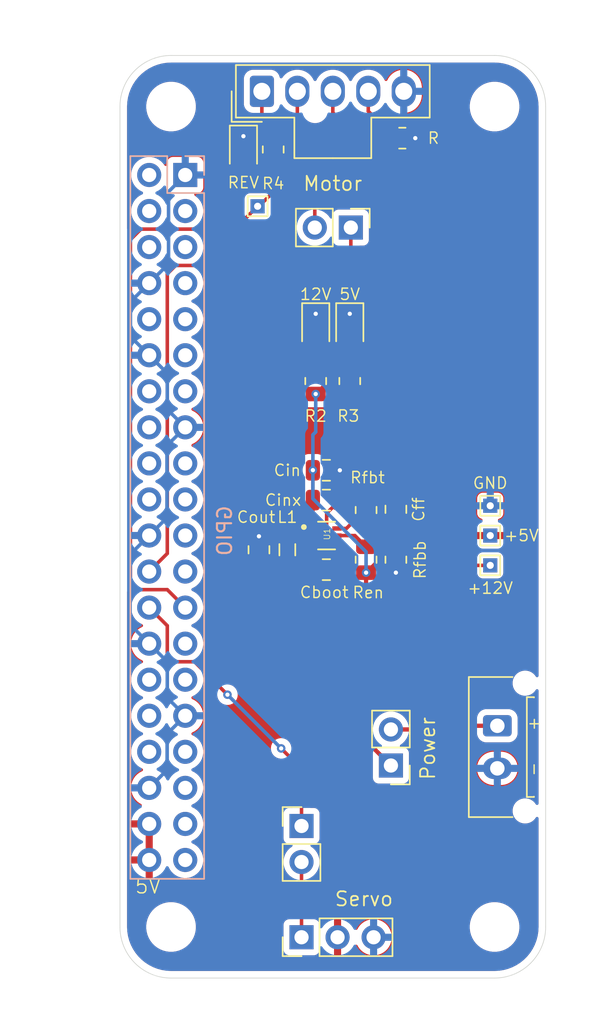
<source format=kicad_pcb>
(kicad_pcb (version 20241229) (generator "pcbnew") (generator_version "9.0")
  (layers (0 "F.Cu" signal) (2 "B.Cu" signal) (13 "F.Paste" user) (15 "B.Paste" user) (5 "F.SilkS" user "F.Silkscreen") (7 "B.SilkS" user "B.Silkscreen") (1 "F.Mask" user) (3 "B.Mask" user) (25 "Edge.Cuts" user))
  (net 0 "")
  (net 1 "+5V")
  (net 2 "+12V")
  (net 3 "Net-(5VPWR1-A)")
  (net 4 "GND")
  (net 5 "Net-(12VPWR1-A)")
  (net 6 "Net-(Battery1-Pin_1)")
  (net 7 "Net-(U1-BST)")
  (net 8 "Net-(U1-SW)")
  (net 9 "Net-(U1-FB)")
  (net 16 "/Servo_PWM")
  (net 23 "/Rev")
  (net 28 "/Motor_PWM")
  (net 29 "Net-(Motor1-Pin_3)")
  (net 30 "Net-(Motor1-Pin_2)")
  (net 31 "Net-(REV1-A)")
  (net 32 "Net-(U1-EN)")
  (net 33 "Net-(Servo1-Pin_1)")
  (footprint "Resistor_SMD:R_0805_2012Metric" (layer "F.Cu") (at 145.105 79.9 -90)
    (property "Reference" "R4" (at 2.4 0 0) (layer "F.SilkS") (effects (font (size 0.8 0.8) (thickness 0.1))))
    (property "Value" "650")
    (fp_line (start -0.227064 0.735) (end 0.227064 0.735) (stroke (width 0.12)) (layer "F.SilkS"))
    (fp_line (start -0.227064 -0.735) (end 0.227064 -0.735) (stroke (width 0.12)) (layer "F.SilkS"))
    (pad "1" smd roundrect (at -0.9125 0 270) (size 1.025 1.4) (layers "F.Cu" "F.Mask" "F.Paste") (roundrect_rratio 0.243902) (net 23 "/Rev"))
    (pad "2" smd roundrect (at 0.9125 0 270) (size 1.025 1.4) (layers "F.Cu" "F.Mask" "F.Paste") (roundrect_rratio 0.243902) (net 31 "Net-(REV1-A)"))
  )
  (footprint "Resistor_SMD:R_0805_2012Metric" (layer "F.Cu") (at 150.5 96.2125 90)
    (property "Reference" "R3" (at -2.4625 -0.1 180) (layer "F.SilkS") (effects (font (size 0.8 0.8) (thickness 0.1))))
    (property "Value" "1.5k")
    (fp_line (start -0.227064 -0.735) (end 0.227064 -0.735) (stroke (width 0.12)) (layer "F.SilkS"))
    (fp_line (start -0.227064 0.735) (end 0.227064 0.735) (stroke (width 0.12)) (layer "F.SilkS"))
    (pad "1" smd roundrect (at -0.9125 0 90) (size 1.025 1.4) (layers "F.Cu" "F.Mask" "F.Paste") (roundrect_rratio 0.243902) (net 1 "+5V"))
    (pad "2" smd roundrect (at 0.9125 0 90) (size 1.025 1.4) (layers "F.Cu" "F.Mask" "F.Paste") (roundrect_rratio 0.243902) (net 3 "Net-(5VPWR1-A)"))
  )
  (footprint "MountingHole:MountingHole_3mm" (layer "F.Cu") (at 137.905 134.675)
    (property "Reference" "H4" (hide yes))
    (property "Value" "MountingHole" (hide yes))
    (pad "" np_thru_hole circle (at 0 0) (size 3 3) (drill 3) (layers "*.Cu" "*.Mask"))
  )
  (footprint "MountingHole:MountingHole_3mm" (layer "F.Cu") (at 160.705 76.875)
    (property "Reference" "H3" (hide yes))
    (property "Value" "MountingHole" (hide yes))
    (pad "" np_thru_hole circle (at 0 0) (size 3 3) (drill 3) (layers "*.Cu" "*.Mask"))
  )
  (footprint "LED_SMD:LED_0805_2012Metric" (layer "F.Cu") (at 143.005 79.9 -90)
    (property "Reference" "REV" (at 2.33 0 0) (layer "F.SilkS") (effects (font (size 0.8 0.8) (thickness 0.1))))
    (property "Value" "LED" (hide yes))
    (fp_line (start -1.685 0.96) (end 1 0.96) (stroke (width 0.12)) (layer "F.SilkS"))
    (fp_line (start -1.685 -0.96) (end -1.685 0.96) (stroke (width 0.12)) (layer "F.SilkS"))
    (fp_line (start 1 -0.96) (end -1.685 -0.96) (stroke (width 0.12)) (layer "F.SilkS"))
    (pad "1" smd roundrect (at -0.9375 0 270) (size 0.975 1.4) (layers "F.Cu" "F.Mask" "F.Paste") (net 4 "GND"))
    (pad "2" smd roundrect (at 0.9375 0 270) (size 0.975 1.4) (layers "F.Cu" "F.Mask" "F.Paste") (net 31 "Net-(REV1-A)"))
  )
  (footprint "Connector_Molex:Molex_Nano-Fit_105309-xx05_1x05_P2.50mm_Vertical" (layer "F.Cu") (at 144.305 75.8 90)
    (property "Reference" "Motor1" (hide yes))
    (property "Value" "Conn_01x05" (hide yes))
    (fp_line (start 0 -2.13) (end -2.15 -2.13) (stroke (width 0.12)) (layer "F.SilkS"))
    (fp_line (start -2.15 -2.13) (end -2.15 0) (stroke (width 0.12)) (layer "F.SilkS"))
    (fp_line (start 1.85 -1.83) (end -1.85 -1.83) (stroke (width 0.12)) (layer "F.SilkS"))
    (fp_line (start -1.85 -1.83) (end -1.85 2.29) (stroke (width 0.12)) (layer "F.SilkS"))
    (fp_line (start -1.85 2.29) (end -4.71 2.29) (stroke (width 0.12)) (layer "F.SilkS"))
    (fp_line (start -4.71 2.29) (end -4.71 5) (stroke (width 0.12)) (layer "F.SilkS"))
    (fp_line (start 1.85 5) (end 1.85 -1.83) (stroke (width 0.12)) (layer "F.SilkS"))
    (fp_line (start 1.85 5) (end 1.85 11.83) (stroke (width 0.12)) (layer "F.SilkS"))
    (fp_line (start -1.85 7.71) (end -4.71 7.71) (stroke (width 0.12)) (layer "F.SilkS"))
    (fp_line (start -4.71 7.71) (end -4.71 5) (stroke (width 0.12)) (layer "F.SilkS"))
    (fp_line (start 1.85 11.83) (end -1.85 11.83) (stroke (width 0.12)) (layer "F.SilkS"))
    (fp_line (start -1.85 11.83) (end -1.85 7.71) (stroke (width 0.12)) (layer "F.SilkS"))
    (pad "" np_thru_hole circle (at -1.34 3.75 90) (size 1.3 1.3) (drill 1.3) (layers "*.Cu" "*.Mask"))
    (pad "1" thru_hole roundrect (at 0 0 90) (size 2.2 1.7) (drill 1.2) (layers "*.Cu" "*.Mask") (roundrect_rratio 0.147059) (net 23 "/Rev"))
    (pad "2" thru_hole oval (at 0 2.5 90) (size 2.2 1.7) (drill 1.2) (layers "*.Cu" "*.Mask") (net 30 "Net-(Motor1-Pin_2)"))
    (pad "3" thru_hole oval (at 0 5 90) (size 2.2 1.7) (drill 1.2) (layers "*.Cu" "*.Mask") (net 29 "Net-(Motor1-Pin_3)"))
    (pad "4" thru_hole oval (at 0 7.5 90) (size 2.2 1.7) (drill 1.2) (layers "*.Cu" "*.Mask") (net 2 "+12V"))
    (pad "5" thru_hole oval (at 0 10 90) (size 2.2 1.7) (drill 1.2) (layers "*.Cu" "*.Mask") (net 4 "GND"))
  )
  (footprint "Resistor_SMD:R_0805_2012Metric" (layer "F.Cu") (at 151.65 108.8 -90)
    (property "Reference" "Ren" (at 2.3125 -0.15 0) (layer "F.SilkS") (effects (font (size 0.8 0.8) (thickness 0.1))))
    (property "Value" "100k")
    (fp_line (start -0.227064 0.735) (end 0.227064 0.735) (stroke (width 0.12)) (layer "F.SilkS"))
    (fp_line (start -0.227064 -0.735) (end 0.227064 -0.735) (stroke (width 0.12)) (layer "F.SilkS"))
    (pad "1" smd roundrect (at -0.9125 0 270) (size 1.025 1.4) (layers "F.Cu" "F.Mask" "F.Paste") (roundrect_rratio 0.243902) (net 32 "Net-(U1-EN)"))
    (pad "2" smd roundrect (at 0.9125 0 270) (size 1.025 1.4) (layers "F.Cu" "F.Mask" "F.Paste") (roundrect_rratio 0.243902) (net 2 "+12V"))
  )
  (footprint "Connector_Molex:Molex_Micro-Fit_3.0_43650-0215_1x02_P3.00mm_Vertical" (layer "F.Cu") (at 160.9 120.5 -90)
    (property "Reference" "Battery1" (hide yes))
    (property "Value" "Conn_01x02" (hide yes))
    (fp_line (start -3.435 2.01) (end 6.435 2.01) (stroke (width 0.12)) (layer "F.SilkS"))
    (fp_line (start 6.435 2.01) (end 6.435 -1.065) (stroke (width 0.12)) (layer "F.SilkS"))
    (fp_line (start -3.435 -1.065) (end -3.435 2.01) (stroke (width 0.12)) (layer "F.SilkS"))
    (fp_line (start -2.015 -2.08) (end 5.015 -2.08) (stroke (width 0.12)) (layer "F.SilkS"))
    (fp_line (start 5.015 -2.08) (end 5.015 -2.58) (stroke (width 0.12)) (layer "F.SilkS"))
    (fp_line (start -2.015 -2.58) (end -2.015 -2.08) (stroke (width 0.12)) (layer "F.SilkS"))
    (fp_line (start -1.995 -2.58) (end -2.015 -2.58) (stroke (width 0.12)) (layer "F.SilkS"))
    (fp_line (start 5.015 -2.58) (end 4.995 -2.58) (stroke (width 0.12)) (layer "F.SilkS"))
    (pad "" np_thru_hole circle (at -3 -1.96 270) (size 1.27 1.27) (drill 1.27) (layers "*.Cu" "*.Mask"))
    (pad "" np_thru_hole circle (at 6 -1.96 270) (size 1.27 1.27) (drill 1.27) (layers "*.Cu" "*.Mask"))
    (pad "1" thru_hole roundrect (at 0 0 270) (size 1.5 2.02) (drill 1.02) (layers "*.Cu" "*.Mask") (roundrect_rratio 0.166667) (net 6 "Net-(Battery1-Pin_1)"))
    (pad "2" thru_hole oval (at 3 0 270) (size 1.5 2.02) (drill 1.02) (layers "*.Cu" "*.Mask") (net 4 "GND"))
  )
  (footprint "Inductor_SMD:L_0805_2012Metric" (layer "F.Cu") (at 146.1 108.1 90)
    (property "Reference" "L1" (at 2.3 0 0) (layer "F.SilkS") (effects (font (size 0.8 0.8) (thickness 0.1))))
    (property "Value" "3.3uH")
    (fp_line (start -0.399622 -0.56) (end 0.399622 -0.56) (stroke (width 0.12)) (layer "F.SilkS"))
    (fp_line (start -0.399622 0.56) (end 0.399622 0.56) (stroke (width 0.12)) (layer "F.SilkS"))
    (pad "1" smd roundrect (at -1.0625 0 90) (size 0.875 1.2) (layers "F.Cu" "F.Mask" "F.Paste") (net 1 "+5V"))
    (pad "2" smd roundrect (at 1.0625 0 90) (size 0.875 1.2) (layers "F.Cu" "F.Mask" "F.Paste") (net 8 "Net-(U1-SW)"))
  )
  (footprint "Capacitor_SMD:C_0805_2012Metric" (layer "F.Cu") (at 148.85 102.5)
    (property "Reference" "Cin" (at -2.75 0 0) (layer "F.SilkS") (effects (font (size 0.8 0.8) (thickness 0.1))))
    (property "Value" "10uF")
    (fp_line (start -0.261252 -0.735) (end 0.261252 -0.735) (stroke (width 0.12)) (layer "F.SilkS"))
    (fp_line (start -0.261252 0.735) (end 0.261252 0.735) (stroke (width 0.12)) (layer "F.SilkS"))
    (pad "1" smd roundrect (at -0.95 0) (size 1 1.45) (layers "F.Cu" "F.Mask" "F.Paste") (net 2 "+12V"))
    (pad "2" smd roundrect (at 0.95 0) (size 1 1.45) (layers "F.Cu" "F.Mask" "F.Paste") (net 4 "GND"))
  )
  (footprint "Connector_PinHeader_2.54mm:PinHeader_1x02_P2.54mm_Vertical" (layer "F.Cu") (at 153.4 123.3 180)
    (property "Reference" "Power" (at -2.6 1.2 90) (layer "F.SilkS") (effects (font (thickness 0.125))))
    (property "Value" "Jumper_2_Open" (hide yes))
    (fp_line (start 1.33 1.27) (end 1.33 3.87) (stroke (width 0.12)) (layer "F.SilkS"))
    (fp_line (start -1.33 3.87) (end 1.33 3.87) (stroke (width 0.12)) (layer "F.SilkS"))
    (fp_line (start -1.33 1.27) (end 1.33 1.27) (stroke (width 0.12)) (layer "F.SilkS"))
    (fp_line (start -1.33 1.27) (end -1.33 3.87) (stroke (width 0.12)) (layer "F.SilkS"))
    (fp_line (start -1.33 0) (end -1.33 -1.33) (stroke (width 0.12)) (layer "F.SilkS"))
    (fp_line (start -1.33 -1.33) (end 0 -1.33) (stroke (width 0.12)) (layer "F.SilkS"))
    (pad "1" thru_hole rect (at 0 0 180) (size 1.7 1.7) (drill 1) (layers "*.Cu" "*.Mask") (net 2 "+12V"))
    (pad "2" thru_hole oval (at 0 2.54 180) (size 1.7 1.7) (drill 1) (layers "*.Cu" "*.Mask") (net 6 "Net-(Battery1-Pin_1)"))
  )
  (footprint "Resistor_SMD:R_0805_2012Metric" (layer "F.Cu") (at 151.65 105.3 -90)
    (property "Reference" "Rfbt" (at -2.2875 -0.1 0) (layer "F.SilkS") (effects (font (size 0.8 0.8) (thickness 0.1))))
    (property "Value" "220k")
    (fp_line (start -0.227064 0.735) (end 0.227064 0.735) (stroke (width 0.12)) (layer "F.SilkS"))
    (fp_line (start -0.227064 -0.735) (end 0.227064 -0.735) (stroke (width 0.12)) (layer "F.SilkS"))
    (pad "1" smd roundrect (at -0.9125 0 270) (size 1.025 1.4) (layers "F.Cu" "F.Mask" "F.Paste") (roundrect_rratio 0.243902) (net 1 "+5V"))
    (pad "2" smd roundrect (at 0.9125 0 270) (size 1.025 1.4) (layers "F.Cu" "F.Mask" "F.Paste") (roundrect_rratio 0.243902) (net 9 "Net-(U1-FB)"))
  )
  (footprint "Resistor_SMD:R_0805_2012Metric" (layer "F.Cu") (at 153.75 108.8 90)
    (property "Reference" "Rfbb" (at -0.0125 1.7 90) (layer "F.SilkS") (effects (font (size 0.8 0.8) (thickness 0.1))))
    (property "Value" "30k")
    (fp_line (start -0.227064 -0.735) (end 0.227064 -0.735) (stroke (width 0.12)) (layer "F.SilkS"))
    (fp_line (start -0.227064 0.735) (end 0.227064 0.735) (stroke (width 0.12)) (layer "F.SilkS"))
    (pad "1" smd roundrect (at -0.9125 0 90) (size 1.025 1.4) (layers "F.Cu" "F.Mask" "F.Paste") (roundrect_rratio 0.243902) (net 4 "GND"))
    (pad "2" smd roundrect (at 0.9125 0 90) (size 1.025 1.4) (layers "F.Cu" "F.Mask" "F.Paste") (roundrect_rratio 0.243902) (net 9 "Net-(U1-FB)"))
  )
  (footprint "MountingHole:MountingHole_3mm" (layer "F.Cu") (at 160.705 134.675)
    (property "Reference" "H1" (hide yes))
    (property "Value" "MountingHole" (hide yes))
    (pad "" np_thru_hole circle (at 0 0) (size 3 3) (drill 3) (layers "*.Cu" "*.Mask"))
  )
  (footprint "Connector_PinHeader_2.54mm:PinHeader_1x03_P2.54mm_Vertical" (layer "F.Cu") (at 147.1 135.4 90)
    (property "Reference" "Servo1" (hide yes))
    (property "Value" "Conn_01x03" (hide yes))
    (fp_line (start -1.33 -1.33) (end 0 -1.33) (stroke (width 0.12)) (layer "F.SilkS"))
    (fp_line (start -1.33 0) (end -1.33 -1.33) (stroke (width 0.12)) (layer "F.SilkS"))
    (fp_line (start 1.33 1.27) (end 1.33 6.41) (stroke (width 0.12)) (layer "F.SilkS"))
    (fp_line (start -1.33 1.27) (end 1.33 1.27) (stroke (width 0.12)) (layer "F.SilkS"))
    (fp_line (start -1.33 1.27) (end -1.33 6.41) (stroke (width 0.12)) (layer "F.SilkS"))
    (fp_line (start -1.33 6.41) (end 1.33 6.41) (stroke (width 0.12)) (layer "F.SilkS"))
    (pad "1" thru_hole rect (at 0 0 90) (size 1.7 1.7) (drill 1) (layers "*.Cu" "*.Mask") (net 33 "Net-(Servo1-Pin_1)"))
    (pad "2" thru_hole oval (at 0 2.54 90) (size 1.7 1.7) (drill 1) (layers "*.Cu" "*.Mask") (net 1 "+5V"))
    (pad "3" thru_hole oval (at 0 5.08 90) (size 1.7 1.7) (drill 1) (layers "*.Cu" "*.Mask") (net 4 "GND"))
  )
  (footprint "LED_SMD:LED_0805_2012Metric" (layer "F.Cu") (at 150.5 92.4125 -90)
    (property "Reference" "5V" (at -2.3125 0 180) (layer "F.SilkS") (effects (font (size 0.8 0.8) (thickness 0.1))))
    (property "Value" "LED")
    (fp_line (start -1.685 0.96) (end 1 0.96) (stroke (width 0.12)) (layer "F.SilkS"))
    (fp_line (start -1.685 -0.96) (end -1.685 0.96) (stroke (width 0.12)) (layer "F.SilkS"))
    (fp_line (start 1 -0.96) (end -1.685 -0.96) (stroke (width 0.12)) (layer "F.SilkS"))
    (pad "1" smd roundrect (at -0.9375 0 270) (size 0.975 1.4) (layers "F.Cu" "F.Mask" "F.Paste") (net 4 "GND"))
    (pad "2" smd roundrect (at 0.9375 0 270) (size 0.975 1.4) (layers "F.Cu" "F.Mask" "F.Paste") (net 3 "Net-(5VPWR1-A)"))
  )
  (footprint "Capacitor_SMD:C_0805_2012Metric" (layer "F.Cu") (at 153.75 105.25 90)
    (property "Reference" "Cff" (at -0.0125 1.6 90) (layer "F.SilkS") (effects (font (size 0.8 0.8) (thickness 0.1))))
    (property "Value" "47pF")
    (fp_line (start -0.261252 -0.735) (end 0.261252 -0.735) (stroke (width 0.12)) (layer "F.SilkS"))
    (fp_line (start -0.261252 0.735) (end 0.261252 0.735) (stroke (width 0.12)) (layer "F.SilkS"))
    (pad "1" smd roundrect (at -0.95 0 90) (size 1 1.45) (layers "F.Cu" "F.Mask" "F.Paste") (net 9 "Net-(U1-FB)"))
    (pad "2" smd roundrect (at 0.95 0 90) (size 1 1.45) (layers "F.Cu" "F.Mask" "F.Paste") (net 1 "+5V"))
  )
  (footprint "Capacitor_SMD:C_0805_2012Metric" (layer "F.Cu") (at 148.85 104.6)
    (property "Reference" "Cinx" (at -3.05 0 0) (layer "F.SilkS") (effects (font (size 0.8 0.8) (thickness 0.1))))
    (property "Value" "100nF")
    (fp_line (start -0.261252 -0.735) (end 0.261252 -0.735) (stroke (width 0.12)) (layer "F.SilkS"))
    (fp_line (start -0.261252 0.735) (end 0.261252 0.735) (stroke (width 0.12)) (layer "F.SilkS"))
    (pad "1" smd roundrect (at -0.95 0) (size 1 1.45) (layers "F.Cu" "F.Mask" "F.Paste") (net 2 "+12V"))
    (pad "2" smd roundrect (at 0.95 0) (size 1 1.45) (layers "F.Cu" "F.Mask" "F.Paste") (net 4 "GND"))
  )
  (footprint "Resistor_SMD:R_0805_2012Metric" (layer "F.Cu") (at 154.205 79.1)
    (property "Reference" "R" (at 2.195 0 0) (layer "F.SilkS") (effects (font (size 0.8 0.8) (thickness 0.1))))
    (property "Value" "0")
    (fp_line (start -0.227064 -0.735) (end 0.227064 -0.735) (stroke (width 0.12)) (layer "F.SilkS"))
    (fp_line (start -0.227064 0.735) (end 0.227064 0.735) (stroke (width 0.12)) (layer "F.SilkS"))
    (pad "1" smd roundrect (at -0.9125 0) (size 1.025 1.4) (layers "F.Cu" "F.Mask" "F.Paste") (roundrect_rratio 0.243902) (net 29 "Net-(Motor1-Pin_3)"))
    (pad "2" smd roundrect (at 0.9125 0) (size 1.025 1.4) (layers "F.Cu" "F.Mask" "F.Paste") (roundrect_rratio 0.243902) (net 4 "GND"))
  )
  (footprint "LED_SMD:LED_0805_2012Metric" (layer "F.Cu") (at 148.1 92.4125 -90)
    (property "Reference" "12V" (at -2.3125 0 180) (layer "F.SilkS") (effects (font (size 0.8 0.8) (thickness 0.1))))
    (property "Value" "LED")
    (fp_line (start -1.685 0.96) (end 1 0.96) (stroke (width 0.12)) (layer "F.SilkS"))
    (fp_line (start -1.685 -0.96) (end -1.685 0.96) (stroke (width 0.12)) (layer "F.SilkS"))
    (fp_line (start 1 -0.96) (end -1.685 -0.96) (stroke (width 0.12)) (layer "F.SilkS"))
    (pad "1" smd roundrect (at -0.9375 0 270) (size 0.975 1.4) (layers "F.Cu" "F.Mask" "F.Paste") (net 4 "GND"))
    (pad "2" smd roundrect (at 0.9375 0 270) (size 0.975 1.4) (layers "F.Cu" "F.Mask" "F.Paste") (net 5 "Net-(12VPWR1-A)"))
  )
  (footprint "Connector_PinHeader_2.54mm:PinHeader_1x02_P2.54mm_Vertical" (layer "F.Cu") (at 150.575 85.4 -90)
    (property "Reference" "Motor" (at -3.1 1.275 180) (layer "F.SilkS") (effects (font (thickness 0.125))))
    (property "Value" "Jumper_2_Open" (hide yes))
    (fp_line (start -1.33 3.87) (end 1.33 3.87) (stroke (width 0.12)) (layer "F.SilkS"))
    (fp_line (start -1.33 1.27) (end -1.33 3.87) (stroke (width 0.12)) (layer "F.SilkS"))
    (fp_line (start -1.33 1.27) (end 1.33 1.27) (stroke (width 0.12)) (layer "F.SilkS"))
    (fp_line (start 1.33 1.27) (end 1.33 3.87) (stroke (width 0.12)) (layer "F.SilkS"))
    (fp_line (start -1.33 0) (end -1.33 -1.33) (stroke (width 0.12)) (layer "F.SilkS"))
    (fp_line (start -1.33 -1.33) (end 0 -1.33) (stroke (width 0.12)) (layer "F.SilkS"))
    (pad "1" thru_hole rect (at 0 0 270) (size 1.7 1.7) (drill 1) (layers "*.Cu" "*.Mask") (net 28 "/Motor_PWM"))
    (pad "2" thru_hole oval (at 0 2.54 270) (size 1.7 1.7) (drill 1) (layers "*.Cu" "*.Mask") (net 30 "Net-(Motor1-Pin_2)"))
  )
  (footprint "TestPoint:TestPoint_THTPad_1.0x1.0mm_Drill0.5mm" (layer "F.Cu") (at 160.4 107.1 90)
    (property "Reference" "+5V" (at 0 2.2 180) (layer "F.SilkS") (effects (font (size 0.8 0.8) (thickness 0.1))))
    (property "Value" "TP" (hide yes))
    (fp_line (start 0.7 -0.7) (end 0.7 0.7) (stroke (width 0.12)) (layer "F.SilkS"))
    (fp_line (start -0.7 -0.7) (end 0.7 -0.7) (stroke (width 0.12)) (layer "F.SilkS"))
    (fp_line (start 0.7 0.7) (end -0.7 0.7) (stroke (width 0.12)) (layer "F.SilkS"))
    (fp_line (start -0.7 0.7) (end -0.7 -0.7) (stroke (width 0.12)) (layer "F.SilkS"))
    (pad "1" thru_hole rect (at 0 0 90) (size 1 1) (drill 0.5) (layers "*.Cu" "*.Mask") (net 1 "+5V"))
  )
  (footprint "MountingHole:MountingHole_3mm" (layer "F.Cu") (at 137.905 76.875)
    (property "Reference" "H2" (hide yes))
    (property "Value" "MountingHole" (hide yes))
    (pad "" np_thru_hole circle (at 0 0) (size 3 3) (drill 3) (layers "*.Cu" "*.Mask"))
  )
  (footprint "Library:SOT50P160X60-6N" (layer "F.Cu") (at 148.865 107.1)
    (property "Reference" "U1" (at 0.035 -0.1 90) (layer "F.SilkS") (effects (font (size 0.42 0.42) (thickness 0.05))))
    (property "Value" "~")
    (fp_line (start -0.6 -0.975) (end 0.6 -0.975) (stroke (width 0.127)) (layer "F.SilkS"))
    (fp_line (start -0.6 0.975) (end 0.6 0.975) (stroke (width 0.127)) (layer "F.SilkS"))
    (fp_circle (center -1.6 -0.6) (end -1.5 -0.6) (stroke (width 0.2)) (fill no) (layer "F.SilkS"))
    (pad "1" smd roundrect (at -0.735 -0.5) (size 0.66 0.31) (layers "F.Cu" "F.Mask" "F.Paste") (roundrect_rratio 0.08) (net 2 "+12V"))
    (pad "2" smd roundrect (at -0.735 0) (size 0.66 0.31) (layers "F.Cu" "F.Mask" "F.Paste") (roundrect_rratio 0.08) (net 8 "Net-(U1-SW)"))
    (pad "3" smd roundrect (at -0.735 0.5) (size 0.66 0.31) (layers "F.Cu" "F.Mask" "F.Paste") (roundrect_rratio 0.08) (net 4 "GND"))
    (pad "4" smd roundrect (at 0.735 0.5) (size 0.66 0.31) (layers "F.Cu" "F.Mask" "F.Paste") (roundrect_rratio 0.08) (net 7 "Net-(U1-BST)"))
    (pad "5" smd roundrect (at 0.735 0) (size 0.66 0.31) (layers "F.Cu" "F.Mask" "F.Paste") (roundrect_rratio 0.08) (net 32 "Net-(U1-EN)"))
    (pad "6" smd roundrect (at 0.735 -0.5) (size 0.66 0.31) (layers "F.Cu" "F.Mask" "F.Paste") (roundrect_rratio 0.08) (net 9 "Net-(U1-FB)"))
  )
  (footprint "Connector_PinHeader_2.54mm:PinHeader_1x02_P2.54mm_Vertical" (layer "F.Cu") (at 147.1 127.56)
    (property "Reference" "Servo" (at 4.4 5.14 0) (layer "F.SilkS") (effects (font (thickness 0.125))))
    (property "Value" "Jumper_2_Open" (hide yes))
    (fp_line (start -1.33 -1.33) (end 0 -1.33) (stroke (width 0.12)) (layer "F.SilkS"))
    (fp_line (start -1.33 0) (end -1.33 -1.33) (stroke (width 0.12)) (layer "F.SilkS"))
    (fp_line (start -1.33 1.27) (end -1.33 3.87) (stroke (width 0.12)) (layer "F.SilkS"))
    (fp_line (start -1.33 1.27) (end 1.33 1.27) (stroke (width 0.12)) (layer "F.SilkS"))
    (fp_line (start -1.33 3.87) (end 1.33 3.87) (stroke (width 0.12)) (layer "F.SilkS"))
    (fp_line (start 1.33 1.27) (end 1.33 3.87) (stroke (width 0.12)) (layer "F.SilkS"))
    (pad "1" thru_hole rect (at 0 0) (size 1.7 1.7) (drill 1) (layers "*.Cu" "*.Mask") (net 16 "/Servo_PWM"))
    (pad "2" thru_hole oval (at 0 2.54) (size 1.7 1.7) (drill 1) (layers "*.Cu" "*.Mask") (net 33 "Net-(Servo1-Pin_1)"))
  )
  (footprint "TestPoint:TestPoint_THTPad_1.0x1.0mm_Drill0.5mm" (layer "F.Cu") (at 160.4 105 90)
    (property "Reference" "GND" (at 1.6 0 0) (layer "F.SilkS") (effects (font (size 0.8 0.8) (thickness 0.1))))
    (property "Value" "TP" (hide yes))
    (fp_line (start 0.7 -0.7) (end 0.7 0.7) (stroke (width 0.12)) (layer "F.SilkS"))
    (fp_line (start -0.7 -0.7) (end 0.7 -0.7) (stroke (width 0.12)) (layer "F.SilkS"))
    (fp_line (start 0.7 0.7) (end -0.7 0.7) (stroke (width 0.12)) (layer "F.SilkS"))
    (fp_line (start -0.7 0.7) (end -0.7 -0.7) (stroke (width 0.12)) (layer "F.SilkS"))
    (pad "1" thru_hole rect (at 0 0 90) (size 1 1) (drill 0.5) (layers "*.Cu" "*.Mask") (net 4 "GND"))
  )
  (footprint "Resistor_SMD:R_0805_2012Metric" (layer "F.Cu") (at 148.1 96.2125 90)
    (property "Reference" "R2" (at -2.4625 0 180) (layer "F.SilkS") (effects (font (size 0.8 0.8) (thickness 0.1))))
    (property "Value" "5.1k")
    (fp_line (start -0.227064 -0.735) (end 0.227064 -0.735) (stroke (width 0.12)) (layer "F.SilkS"))
    (fp_line (start -0.227064 0.735) (end 0.227064 0.735) (stroke (width 0.12)) (layer "F.SilkS"))
    (pad "1" smd roundrect (at -0.9125 0 90) (size 1.025 1.4) (layers "F.Cu" "F.Mask" "F.Paste") (roundrect_rratio 0.243902) (net 2 "+12V"))
    (pad "2" smd roundrect (at 0.9125 0 90) (size 1.025 1.4) (layers "F.Cu" "F.Mask" "F.Paste") (roundrect_rratio 0.243902) (net 5 "Net-(12VPWR1-A)"))
  )
  (footprint "TestPoint:TestPoint_THTPad_1.0x1.0mm_Drill0.5mm" (layer "F.Cu") (at 144.005 83.9 90)
    (property "Reference" "Rev2" (hide yes))
    (property "Value" "TP" (hide yes))
    (fp_line (start 0.7 -0.7) (end 0.7 0.7) (stroke (width 0.12)) (layer "F.SilkS"))
    (fp_line (start -0.7 -0.7) (end 0.7 -0.7) (stroke (width 0.12)) (layer "F.SilkS"))
    (fp_line (start 0.7 0.7) (end -0.7 0.7) (stroke (width 0.12)) (layer "F.SilkS"))
    (fp_line (start -0.7 0.7) (end -0.7 -0.7) (stroke (width 0.12)) (layer "F.SilkS"))
    (pad "1" thru_hole rect (at 0 0 90) (size 1 1) (drill 0.5) (layers "*.Cu" "*.Mask") (net 23 "/Rev"))
  )
  (footprint "TestPoint:TestPoint_THTPad_1.0x1.0mm_Drill0.5mm" (layer "F.Cu") (at 160.4 109.2 90)
    (property "Reference" "+12V" (at -1.6 0 0) (layer "F.SilkS") (effects (font (size 0.8 0.8) (thickness 0.1))))
    (property "Value" "TP" (hide yes))
    (fp_line (start 0.7 -0.7) (end 0.7 0.7) (stroke (width 0.12)) (layer "F.SilkS"))
    (fp_line (start -0.7 -0.7) (end 0.7 -0.7) (stroke (width 0.12)) (layer "F.SilkS"))
    (fp_line (start 0.7 0.7) (end -0.7 0.7) (stroke (width 0.12)) (layer "F.SilkS"))
    (fp_line (start -0.7 0.7) (end -0.7 -0.7) (stroke (width 0.12)) (layer "F.SilkS"))
    (pad "1" thru_hole rect (at 0 0 90) (size 1 1) (drill 0.5) (layers "*.Cu" "*.Mask") (net 2 "+12V"))
  )
  (footprint "Capacitor_SMD:C_0805_2012Metric" (layer "F.Cu") (at 144.1 108.1 90)
    (property "Reference" "Cout" (at 2.3 -0.2 0) (layer "F.SilkS") (effects (font (size 0.8 0.8) (thickness 0.1))))
    (property "Value" "22uF")
    (fp_line (start -0.261252 -0.735) (end 0.261252 -0.735) (stroke (width 0.12)) (layer "F.SilkS"))
    (fp_line (start -0.261252 0.735) (end 0.261252 0.735) (stroke (width 0.12)) (layer "F.SilkS"))
    (pad "1" smd roundrect (at -0.95 0 90) (size 1 1.45) (layers "F.Cu" "F.Mask" "F.Paste") (net 1 "+5V"))
    (pad "2" smd roundrect (at 0.95 0 90) (size 1 1.45) (layers "F.Cu" "F.Mask" "F.Paste") (net 4 "GND"))
  )
  (footprint "Capacitor_SMD:C_0805_2012Metric" (layer "F.Cu") (at 148.85 109.5)
    (property "Reference" "Cboot" (at -0.15 1.6 0) (layer "F.SilkS") (effects (font (size 0.8 0.8) (thickness 0.1))))
    (property "Value" "100nF")
    (fp_line (start -0.261252 -0.735) (end 0.261252 -0.735) (stroke (width 0.12)) (layer "F.SilkS"))
    (fp_line (start -0.261252 0.735) (end 0.261252 0.735) (stroke (width 0.12)) (layer "F.SilkS"))
    (pad "1" smd roundrect (at -0.95 0) (size 1 1.45) (layers "F.Cu" "F.Mask" "F.Paste") (net 8 "Net-(U1-SW)"))
    (pad "2" smd roundrect (at 0.95 0) (size 1 1.45) (layers "F.Cu" "F.Mask" "F.Paste") (net 7 "Net-(U1-BST)"))
  )
  (footprint "Connector_PinHeader_2.54mm:PinHeader_2x20_P2.54mm_Vertical" (layer "B.Cu") (at 138.905 81.695 180)
    (property "Reference" "GPIO" (at -2.78 -25.06 90) (layer "B.SilkS") (effects (justify mirror)))
    (property "Value" "40-Pin GPIO" (hide yes))
    (fp_line (start 3.87 1.33) (end 3.87 -49.59) (stroke (width 0.12)) (layer "B.SilkS"))
    (fp_line (start 1.27 1.33) (end 3.87 1.33) (stroke (width 0.12)) (layer "B.SilkS"))
    (fp_line (start 1.27 -1.27) (end 1.27 1.33) (stroke (width 0.12)) (layer "B.SilkS"))
    (fp_line (start -1.33 1.33) (end 0 1.33) (stroke (width 0.12)) (layer "B.SilkS"))
    (fp_line (start -1.33 0) (end -1.33 1.33) (stroke (width 0.12)) (layer "B.SilkS"))
    (fp_line (start -1.33 -1.27) (end 1.27 -1.27) (stroke (width 0.12)) (layer "B.SilkS"))
    (fp_line (start -1.33 -1.27) (end -1.33 -49.59) (stroke (width 0.12)) (layer "B.SilkS"))
    (fp_line (start -1.33 -49.59) (end 3.87 -49.59) (stroke (width 0.12)) (layer "B.SilkS"))
    (pad "1" thru_hole rect (at 0 0 180) (size 1.7 1.7) (drill 1) (layers "*.Cu" "*.Mask") (net 4 "GND"))
    (pad "2" thru_hole oval (at 2.54 0 180) (size 1.7 1.7) (drill 1) (layers "*.Cu" "*.Mask"))
    (pad "3" thru_hole oval (at 0 -2.54 180) (size 1.7 1.7) (drill 1) (layers "*.Cu" "*.Mask"))
    (pad "4" thru_hole oval (at 2.54 -2.54 180) (size 1.7 1.7) (drill 1) (layers "*.Cu" "*.Mask"))
    (pad "5" thru_hole oval (at 0 -5.08 180) (size 1.7 1.7) (drill 1) (layers "*.Cu" "*.Mask"))
    (pad "6" thru_hole oval (at 2.54 -5.08 180) (size 1.7 1.7) (drill 1) (layers "*.Cu" "*.Mask"))
    (pad "7" thru_hole oval (at 0 -7.62 180) (size 1.7 1.7) (drill 1) (layers "*.Cu" "*.Mask"))
    (pad "8" thru_hole oval (at 2.54 -7.62 180) (size 1.7 1.7) (drill 1) (layers "*.Cu" "*.Mask") (net 4 "GND"))
    (pad "9" thru_hole oval (at 0 -10.16 180) (size 1.7 1.7) (drill 1) (layers "*.Cu" "*.Mask"))
    (pad "10" thru_hole oval (at 2.54 -10.16 180) (size 1.7 1.7) (drill 1) (layers "*.Cu" "*.Mask"))
    (pad "11" thru_hole oval (at 0 -12.7 180) (size 1.7 1.7) (drill 1) (layers "*.Cu" "*.Mask"))
    (pad "12" thru_hole oval (at 2.54 -12.7 180) (size 1.7 1.7) (drill 1) (layers "*.Cu" "*.Mask") (net 4 "GND"))
    (pad "13" thru_hole oval (at 0 -15.24 180) (size 1.7 1.7) (drill 1) (layers "*.Cu" "*.Mask"))
    (pad "14" thru_hole oval (at 2.54 -15.24 180) (size 1.7 1.7) (drill 1) (layers "*.Cu" "*.Mask"))
    (pad "15" thru_hole oval (at 0 -17.78 180) (size 1.7 1.7) (drill 1) (layers "*.Cu" "*.Mask") (net 4 "GND"))
    (pad "16" thru_hole oval (at 2.54 -17.78 180) (size 1.7 1.7) (drill 1) (layers "*.Cu" "*.Mask"))
    (pad "17" thru_hole oval (at 0 -20.32 180) (size 1.7 1.7) (drill 1) (layers "*.Cu" "*.Mask"))
    (pad "18" thru_hole oval (at 2.54 -20.32 180) (size 1.7 1.7) (drill 1) (layers "*.Cu" "*.Mask"))
    (pad "19" thru_hole oval (at 0 -22.86 180) (size 1.7 1.7) (drill 1) (layers "*.Cu" "*.Mask"))
    (pad "20" thru_hole oval (at 2.54 -22.86 180) (size 1.7 1.7) (drill 1) (layers "*.Cu" "*.Mask"))
    (pad "21" thru_hole oval (at 0 -25.4 180) (size 1.7 1.7) (drill 1) (layers "*.Cu" "*.Mask"))
    (pad "22" thru_hole oval (at 2.54 -25.4 180) (size 1.7 1.7) (drill 1) (layers "*.Cu" "*.Mask") (net 4 "GND"))
    (pad "23" thru_hole oval (at 0 -27.94 180) (size 1.7 1.7) (drill 1) (layers "*.Cu" "*.Mask"))
    (pad "24" thru_hole oval (at 2.54 -27.94 180) (size 1.7 1.7) (drill 1) (layers "*.Cu" "*.Mask") (net 28 "/Motor_PWM"))
    (pad "25" thru_hole oval (at 0 -30.48 180) (size 1.7 1.7) (drill 1) (layers "*.Cu" "*.Mask") (net 23 "/Rev"))
    (pad "26" thru_hole oval (at 2.54 -30.48 180) (size 1.7 1.7) (drill 1) (layers "*.Cu" "*.Mask") (net 16 "/Servo_PWM"))
    (pad "27" thru_hole oval (at 0 -33.02 180) (size 1.7 1.7) (drill 1) (layers "*.Cu" "*.Mask"))
    (pad "28" thru_hole oval (at 2.54 -33.02 180) (size 1.7 1.7) (drill 1) (layers "*.Cu" "*.Mask") (net 4 "GND"))
    (pad "29" thru_hole oval (at 0 -35.56 180) (size 1.7 1.7) (drill 1) (layers "*.Cu" "*.Mask"))
    (pad "30" thru_hole oval (at 2.54 -35.56 180) (size 1.7 1.7) (drill 1) (layers "*.Cu" "*.Mask"))
    (pad "31" thru_hole oval (at 0 -38.1 180) (size 1.7 1.7) (drill 1) (layers "*.Cu" "*.Mask") (net 4 "GND"))
    (pad "32" thru_hole oval (at 2.54 -38.1 180) (size 1.7 1.7) (drill 1) (layers "*.Cu" "*.Mask"))
    (pad "33" thru_hole oval (at 0 -40.64 180) (size 1.7 1.7) (drill 1) (layers "*.Cu" "*.Mask"))
    (pad "34" thru_hole oval (at 2.54 -40.64 180) (size 1.7 1.7) (drill 1) (layers "*.Cu" "*.Mask"))
    (pad "35" thru_hole oval (at 0 -43.18 180) (size 1.7 1.7) (drill 1) (layers "*.Cu" "*.Mask"))
    (pad "36" thru_hole oval (at 2.54 -43.18 180) (size 1.7 1.7) (drill 1) (layers "*.Cu" "*.Mask") (net 4 "GND"))
    (pad "37" thru_hole oval (at 0 -45.72 180) (size 1.7 1.7) (drill 1) (layers "*.Cu" "*.Mask"))
    (pad "38" thru_hole oval (at 2.54 -45.72 180) (size 1.7 1.7) (drill 1) (layers "*.Cu" "*.Mask") (net 1 "+5V"))
    (pad "39" thru_hole oval (at 0 -48.26 180) (size 1.7 1.7) (drill 1) (layers "*.Cu" "*.Mask"))
    (pad "40" thru_hole oval (at 2.54 -48.26 180) (size 1.7 1.7) (drill 1) (layers "*.Cu" "*.Mask") (net 1 "+5V"))
  )
  (gr_line (start 164.305 76.875) (end 164.305 134.675) (stroke (width 0.05)) (layer "Edge.Cuts"))
  (gr_line (start 137.905 73.275) (end 160.705 73.275) (stroke (width 0.05)) (layer "Edge.Cuts"))
  (gr_arc (start 134.305 76.875) (mid 135.359416 74.329416) (end 137.905 73.275) (stroke (width 0.05)) (layer "Edge.Cuts"))
  (gr_line (start 160.705 138.275) (end 137.905 138.275) (stroke (width 0.05)) (layer "Edge.Cuts"))
  (gr_arc (start 137.905 138.275) (mid 135.359416 137.220584) (end 134.305 134.675) (stroke (width 0.05)) (layer "Edge.Cuts"))
  (gr_arc (start 160.705 73.275) (mid 163.250584 74.329416) (end 164.305 76.875) (stroke (width 0.05)) (layer "Edge.Cuts"))
  (gr_arc (start 164.305 134.675) (mid 163.250584 137.220584) (end 160.705 138.275) (stroke (width 0.05)) (layer "Edge.Cuts"))
  (gr_line (start 134.305 134.675) (end 134.305 76.875) (stroke (width 0.05)) (layer "Edge.Cuts"))
  (gr_text "-\n" (at 163.085 123 270) (layer "F.SilkS") (effects (font (size 0.8 0.8) (thickness 0.1)) (justify left bottom)))
  (gr_text "5V" (at 135.3 132.4 0) (layer "F.SilkS") (effects (font (size 1 1) (thickness 0.1)) (justify left bottom)))
  (gr_text "+" (at 163.1 119.8 270) (layer "F.SilkS") (effects (font (size 0.8 0.8) (thickness 0.1)) (justify left bottom)))
  (segment (start 151.8 77.2) (end 152.2 77.6) (width 0.25) (layer "F.Cu") (net 2))
  (segment (start 154.2 78.4) (end 154.2 85.2) (width 0.25) (layer "F.Cu") (net 2))
  (segment (start 152.5625 108.8) (end 158.3 108.8) (width 0.25) (layer "F.Cu") (net 2))
  (segment (start 153.4 77.6) (end 154.2 78.4) (width 0.25) (layer "F.Cu") (net 2))
  (segment (start 151.65 121.55) (end 151.65 109.7125) (width 0.3) (layer "F.Cu") (net 2))
  (segment (start 151.805 77.195) (end 151.8 77.2) (width 0.25) (layer "F.Cu") (net 2))
  (segment (start 158.7 109.2) (end 160.4 109.2) (width 0.25) (layer "F.Cu") (net 2))
  (segment (start 152.2 77.6) (end 153.4 77.6) (width 0.25) (layer "F.Cu") (net 2))
  (segment (start 148.13 106.6) (end 148.13 106.065) (width 0.25) (layer "F.Cu") (net 2))
  (segment (start 148.13 106.065) (end 147.9 105.835) (width 0.25) (layer "F.Cu") (net 2))
  (segment (start 149.3 90.1) (end 149.3 95.925) (width 0.25) (layer "F.Cu") (net 2))
  (segment (start 153.4 123.3) (end 151.65 121.55) (width 0.3) (layer "F.Cu") (net 2))
  (segment (start 147.9 104.6) (end 147.9 102.5) (width 0.25) (layer "F.Cu") (net 2))
  (segment (start 151.805 75.8) (end 151.805 77.195) (width 0.25) (layer "F.Cu") (net 2))
  (segment (start 147.9 105.835) (end 147.9 104.6) (width 0.25) (layer "F.Cu") (net 2))
  (segment (start 147.9 102.5) (end 147.9 102.49) (width 0.25) (layer "F.Cu") (net 2))
  (segment (start 151.65 109.7125) (end 152.5625 108.8) (width 0.25) (layer "F.Cu") (net 2))
  (segment (start 149.3 95.925) (end 148.1 97.125) (width 0.25) (layer "F.Cu") (net 2))
  (segment (start 158.3 108.8) (end 158.7 109.2) (width 0.25) (layer "F.Cu") (net 2))
  (segment (start 154.2 85.2) (end 149.3 90.1) (width 0.25) (layer "F.Cu") (net 2))
  (via (at 148.1 97.125) (size 0.6) (drill 0.3) (layers "F.Cu" "B.Cu") (net 2))
  (via (at 151.65 109.7125) (size 0.6) (drill 0.3) (layers "F.Cu" "B.Cu") (net 2))
  (via (at 147.9 102.49) (size 0.6) (drill 0.3) (layers "F.Cu" "B.Cu") (net 2))
  (segment (start 151.65 108.25) (end 147.9 104.5) (width 0.25) (layer "B.Cu") (net 2))
  (segment (start 151.65 109.7125) (end 151.65 108.25) (width 0.25) (layer "B.Cu") (net 2))
  (segment (start 147.9 102.49) (end 147.9 100) (width 0.25) (layer "B.Cu") (net 2))
  (segment (start 147.9 100) (end 148.1 99.8) (width 0.25) (layer "B.Cu") (net 2))
  (segment (start 148.1 99.8) (end 148.1 97.125) (width 0.25) (layer "B.Cu") (net 2))
  (segment (start 147.9 104.5) (end 147.9 102.49) (width 0.25) (layer "B.Cu") (net 2))
  (segment (start 150.5 93.35) (end 150.5 95.3) (width 0.25) (layer "F.Cu") (net 3))
  (segment (start 148.87 105.53) (end 148.87 107.292196) (width 0.25) (layer "F.Cu") (net 4))
  (segment (start 148.87 107.292196) (end 148.562196 107.6) (width 0.25) (layer "F.Cu") (net 4))
  (segment (start 149.8 104.6) (end 149.8 102.5) (width 0.25) (layer "F.Cu") (net 4))
  (segment (start 148.562196 107.6) (end 148.13 107.6) (width 0.25) (layer "F.Cu") (net 4))
  (segment (start 149.8 104.6) (end 148.87 105.53) (width 0.25) (layer "F.Cu") (net 4))
  (via (at 144.1 107.15) (size 0.6) (drill 0.3) (layers "F.Cu" "B.Cu") (net 4))
  (via (at 148.1 91.475) (size 0.6) (drill 0.3) (layers "F.Cu" "B.Cu") (net 4))
  (via (at 155.1175 79.1) (size 0.6) (drill 0.3) (layers "F.Cu" "B.Cu") (net 4))
  (via (at 143.005 78.9625) (size 0.6) (drill 0.3) (layers "F.Cu" "B.Cu") (net 4))
  (via (at 153.75 109.7125) (size 0.6) (drill 0.3) (layers "F.Cu" "B.Cu") (net 4))
  (via (at 149.8 102.5) (size 0.6) (drill 0.3) (layers "F.Cu" "B.Cu") (net 4))
  (via (at 150.5 91.475) (size 0.6) (drill 0.3) (layers "F.Cu" "B.Cu") (net 4))
  (segment (start 137.64 95.67) (end 137.64 98.21) (width 0.25) (layer "B.Cu") (net 4))
  (segment (start 135.02 108.44) (end 136.365 107.095) (width 0.25) (layer "B.Cu") (net 4))
  (segment (start 138.905 119.795) (end 137.63 121.07) (width 0.25) (layer "B.Cu") (net 4))
  (segment (start 137.729 82.871) (end 138.905 81.695) (width 0.25) (layer "B.Cu") (net 4))
  (segment (start 136.365 114.715) (end 135.02 113.37) (width 0.25) (layer "B.Cu") (net 4))
  (segment (start 137.729 87.951) (end 137.729 82.871) (width 0.25) (layer "B.Cu") (net 4))
  (segment (start 135.04 90.64) (end 136.365 89.315) (width 0.25) (layer "B.Cu") (net 4))
  (segment (start 137.62 105.84) (end 137.62 100.76) (width 0.25) (layer "B.Cu") (net 4))
  (segment (start 137.64 115.99) (end 136.365 114.715) (width 0.25) (layer "B.Cu") (net 4))
  (segment (start 136.365 107.095) (end 137.62 105.84) (width 0.25) (layer "B.Cu") (net 4))
  (segment (start 135.02 113.37) (end 135.02 108.44) (width 0.25) (layer "B.Cu") (net 4))
  (segment (start 136.365 89.315) (end 137.729 87.951) (width 0.25) (layer "B.Cu") (net 4))
  (segment (start 137.62 100.76) (end 138.905 99.475) (width 0.25) (layer "B.Cu") (net 4))
  (segment (start 136.365 94.395) (end 135.04 93.07) (width 0.25) (layer "B.Cu") (net 4))
  (segment (start 136.365 94.395) (end 137.64 95.67) (width 0.25) (layer "B.Cu") (net 4))
  (segment (start 137.63 123.61) (end 136.365 124.875) (width 0.25) (layer "B.Cu") (net 4))
  (segment (start 137.64 118.53) (end 137.64 115.99) (width 0.25) (layer "B.Cu") (net 4))
  (segment (start 138.905 119.795) (end 137.64 118.53) (width 0.25) (layer "B.Cu") (net 4))
  (segment (start 135.04 93.07) (end 135.04 90.64) (width 0.25) (layer "B.Cu") (net 4))
  (segment (start 137.63 121.07) (end 137.63 123.61) (width 0.25) (layer "B.Cu") (net 4))
  (segment (start 137.64 98.21) (end 138.905 99.475) (width 0.25) (layer "B.Cu") (net 4))
  (segment (start 148.1 93.35) (end 148.1 95.3) (width 0.25) (layer "F.Cu") (net 5))
  (segment (start 156.3 120.5) (end 160.9 120.5) (width 0.3) (layer "F.Cu") (net 6))
  (segment (start 156.04 120.76) (end 156.3 120.5) (width 0.3) (layer "F.Cu") (net 6))
  (segment (start 153.4 120.76) (end 156.04 120.76) (width 0.3) (layer "F.Cu") (net 6))
  (segment (start 149.8 108.4) (end 149.8 109.5) (width 0.25) (layer "F.Cu") (net 7))
  (segment (start 149.6 107.6) (end 149.6 108.2) (width 0.25) (layer "F.Cu") (net 7))
  (segment (start 149.6 108.2) (end 149.8 108.4) (width 0.25) (layer "F.Cu") (net 7))
  (segment (start 146.1 107.7) (end 147.9 109.5) (width 0.25) (layer "F.Cu") (net 8))
  (segment (start 146.1625 107.1) (end 146.1 107.0375) (width 0.25) (layer "F.Cu") (net 8))
  (segment (start 148.13 107.1) (end 146.1625 107.1) (width 0.25) (layer "F.Cu") (net 8))
  (segment (start 146.1 107.0375) (end 146.1 107.7) (width 0.25) (layer "F.Cu") (net 8))
  (segment (start 151.65 106.2125) (end 153.7375 106.2125) (width 0.25) (layer "F.Cu") (net 9))
  (segment (start 153.7375 106.2125) (end 153.75 106.2) (width 0.25) (layer "F.Cu") (net 9))
  (segment (start 150.6525 106.2125) (end 151.65 106.2125) (width 0.25) (layer "F.Cu") (net 9))
  (segment (start 149.6 106.6) (end 150.265 106.6) (width 0.25) (layer "F.Cu") (net 9))
  (segment (start 150.265 106.6) (end 150.6525 106.2125) (width 0.25) (layer "F.Cu") (net 9))
  (segment (start 153.75 106.2) (end 153.75 107.8875) (width 0.25) (layer "F.Cu") (net 9))
  (segment (start 137.64 113.45) (end 136.365 112.175) (width 0.25) (layer "F.Cu") (net 16))
  (segment (start 147.1 127.56) (end 147.1 123.53) (width 0.25) (layer "F.Cu") (net 16))
  (segment (start 139.56 115.99) (end 138.19 115.99) (width 0.25) (layer "F.Cu") (net 16))
  (segment (start 137.64 115.44) (end 137.64 113.45) (width 0.25) (layer "F.Cu") (net 16))
  (segment (start 138.19 115.99) (end 137.64 115.44) (width 0.25) (layer "F.Cu") (net 16))
  (segment (start 147.1 123.53) (end 145.665 122.095) (width 0.25) (layer "F.Cu") (net 16))
  (segment (start 141.88 118.31) (end 139.56 115.99) (width 0.25) (layer "F.Cu") (net 16))
  (via (at 141.88 118.31) (size 0.6) (drill 0.3) (layers "F.Cu" "B.Cu") (net 16))
  (via (at 145.665 122.095) (size 0.6) (drill 0.3) (layers "F.Cu" "B.Cu") (net 16))
  (segment (start 141.88 118.31) (end 145.665 122.095) (width 0.25) (layer "B.Cu") (net 16))
  (segment (start 137.64 110.91) (end 135.67 110.91) (width 0.25) (layer "F.Cu") (net 23))
  (segment (start 135.67 110.91) (end 135.04 110.28) (width 0.25) (layer "F.Cu") (net 23))
  (segment (start 144.1 83.9) (end 144.005 83.9) (width 0.25) (layer "F.Cu") (net 23))
  (segment (start 145.105 78.305) (end 144.305 77.505) (width 0.25) (layer "F.Cu") (net 23))
  (segment (start 146.131 81.869) (end 144.1 83.9) (width 0.25) (layer "F.Cu") (net 23))
  (segment (start 144.305 77.505) (end 144.305 75.8) (width 0.25) (layer "F.Cu") (net 23))
  (segment (start 135.78 85.51) (end 142.395 85.51) (width 0.25) (layer "F.Cu") (net 23))
  (segment (start 145.105 78.9875) (end 145.105 78.305) (width 0.25) (layer "F.Cu") (net 23))
  (segment (start 135.04 86.25) (end 135.78 85.51) (width 0.25) (layer "F.Cu") (net 23))
  (segment (start 145.105 78.9875) (end 146.131 80.0135) (width 0.25) (layer "F.Cu") (net 23))
  (segment (start 135.04 110.28) (end 135.04 86.25) (width 0.25) (layer "F.Cu") (net 23))
  (segment (start 142.395 85.51) (end 144.005 83.9) (width 0.25) (layer "F.Cu") (net 23))
  (segment (start 146.131 80.0135) (end 146.131 81.869) (width 0.25) (layer "F.Cu") (net 23))
  (segment (start 138.905 112.175) (end 137.64 110.91) (width 0.25) (layer "F.Cu") (net 23))
  (segment (start 136.365 109.635) (end 137.64 108.36) (width 0.25) (layer "F.Cu") (net 28))
  (segment (start 137.64 108.36) (end 137.64 88.66) (width 0.25) (layer "F.Cu") (net 28))
  (segment (start 138.23 88.07) (end 149.38 88.07) (width 0.25) (layer "F.Cu") (net 28))
  (segment (start 149.38 88.07) (end 150.575 86.875) (width 0.25) (layer "F.Cu") (net 28))
  (segment (start 137.64 88.66) (end 138.23 88.07) (width 0.25) (layer "F.Cu") (net 28))
  (segment (start 150.575 86.875) (end 150.575 85.4) (width 0.25) (layer "F.Cu") (net 28))
  (segment (start 151.1 79.1) (end 153.2925 79.1) (width 0.25) (layer "F.Cu") (net 29))
  (segment (start 149.305 75.8) (end 149.305 77.305) (width 0.25) (layer "F.Cu") (net 29))
  (segment (start 149.305 77.305) (end 151.1 79.1) (width 0.25) (layer "F.Cu") (net 29))
  (segment (start 146.805 75.8) (end 146.805 79.705) (width 0.25) (layer "F.Cu") (net 30))
  (segment (start 148.035 80.935) (end 148.035 85.4) (width 0.25) (layer "F.Cu") (net 30))
  (segment (start 146.805 79.705) (end 148.035 80.935) (width 0.25) (layer "F.Cu") (net 30))
  (segment (start 143.03 80.8125) (end 143.005 80.8375) (width 0.25) (layer "F.Cu") (net 31))
  (segment (start 145.105 80.8125) (end 143.03 80.8125) (width 0.25) (layer "F.Cu") (net 31))
  (segment (start 150.8625 107.1) (end 151.65 107.8875) (width 0.25) (layer "F.Cu") (net 32))
  (segment (start 149.6 107.1) (end 150.8625 107.1) (width 0.25) (layer "F.Cu") (net 32))
  (segment (start 147.1 130.1) (end 147.1 135.4) (width 0.25) (layer "F.Cu") (net 33))
  (zone (net 1) (net_name "+5V") (layer "F.Cu") (priority 1) (connect_pads (clearance 0.42)) (min_thickness 0.21) (fill yes (thermal_gap 0.5) (thermal_bridge_width 0.5))
    (polygon (pts (xy 134.3 73.3) (xy 164.3 73.3) (xy 164.3 138.3) (xy 134.3 138.3)))
  )
  (zone (net 4) (net_name "GND") (layer "B.Cu") (connect_pads (clearance 0.42)) (min_thickness 0.21) (fill yes (thermal_gap 0.5) (thermal_bridge_width 0.5))
    (polygon (pts (xy 134.3 73.3) (xy 164.3 73.3) (xy 164.3 138.3) (xy 134.3 138.3)))
  )
)
</source>
